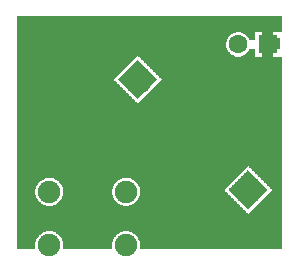
<source format=gbl>
G04 MADE WITH FRITZING*
G04 WWW.FRITZING.ORG*
G04 DOUBLE SIDED*
G04 HOLES PLATED*
G04 CONTOUR ON CENTER OF CONTOUR VECTOR*
%ASAXBY*%
%FSLAX23Y23*%
%MOIN*%
%OFA0B0*%
%SFA1.0B1.0*%
%ADD10C,0.075000*%
%ADD11C,0.062992*%
%ADD12C,0.093000*%
%ADD13R,0.062992X0.062992*%
%ADD14R,0.001000X0.001000*%
%LNCOPPER0*%
G90*
G70*
G54D10*
X115Y622D03*
G54D11*
X877Y724D03*
X779Y724D03*
G54D10*
X149Y232D03*
X405Y232D03*
X149Y55D03*
X405Y55D03*
G54D12*
X444Y606D03*
X812Y238D03*
G54D13*
X877Y724D03*
G36*
X40Y819D02*
X40Y765D01*
X788Y765D01*
X788Y763D01*
X792Y763D01*
X792Y761D01*
X796Y761D01*
X796Y759D01*
X800Y759D01*
X800Y757D01*
X802Y757D01*
X802Y755D01*
X804Y755D01*
X804Y753D01*
X808Y753D01*
X808Y749D01*
X810Y749D01*
X810Y747D01*
X812Y747D01*
X812Y745D01*
X814Y745D01*
X814Y741D01*
X816Y741D01*
X816Y737D01*
X836Y737D01*
X836Y765D01*
X924Y765D01*
X924Y819D01*
X40Y819D01*
G37*
D02*
G36*
X40Y765D02*
X40Y685D01*
X446Y685D01*
X446Y683D01*
X768Y683D01*
X768Y685D01*
X764Y685D01*
X764Y687D01*
X760Y687D01*
X760Y689D01*
X756Y689D01*
X756Y691D01*
X754Y691D01*
X754Y693D01*
X752Y693D01*
X752Y695D01*
X750Y695D01*
X750Y697D01*
X748Y697D01*
X748Y699D01*
X746Y699D01*
X746Y701D01*
X744Y701D01*
X744Y705D01*
X742Y705D01*
X742Y709D01*
X740Y709D01*
X740Y713D01*
X738Y713D01*
X738Y733D01*
X740Y733D01*
X740Y739D01*
X742Y739D01*
X742Y743D01*
X744Y743D01*
X744Y745D01*
X746Y745D01*
X746Y749D01*
X748Y749D01*
X748Y751D01*
X750Y751D01*
X750Y753D01*
X752Y753D01*
X752Y755D01*
X754Y755D01*
X754Y757D01*
X758Y757D01*
X758Y759D01*
X760Y759D01*
X760Y761D01*
X764Y761D01*
X764Y763D01*
X770Y763D01*
X770Y765D01*
X40Y765D01*
G37*
D02*
G36*
X816Y709D02*
X816Y705D01*
X814Y705D01*
X814Y703D01*
X812Y703D01*
X812Y699D01*
X810Y699D01*
X810Y697D01*
X808Y697D01*
X808Y695D01*
X806Y695D01*
X806Y693D01*
X804Y693D01*
X804Y691D01*
X800Y691D01*
X800Y689D01*
X798Y689D01*
X798Y687D01*
X794Y687D01*
X794Y685D01*
X788Y685D01*
X788Y683D01*
X836Y683D01*
X836Y709D01*
X816Y709D01*
G37*
D02*
G36*
X40Y685D02*
X40Y527D01*
X442Y527D01*
X442Y529D01*
X440Y529D01*
X440Y531D01*
X438Y531D01*
X438Y533D01*
X436Y533D01*
X436Y535D01*
X434Y535D01*
X434Y537D01*
X432Y537D01*
X432Y539D01*
X430Y539D01*
X430Y541D01*
X428Y541D01*
X428Y543D01*
X426Y543D01*
X426Y545D01*
X424Y545D01*
X424Y547D01*
X422Y547D01*
X422Y549D01*
X420Y549D01*
X420Y551D01*
X418Y551D01*
X418Y553D01*
X416Y553D01*
X416Y555D01*
X414Y555D01*
X414Y557D01*
X412Y557D01*
X412Y559D01*
X410Y559D01*
X410Y561D01*
X408Y561D01*
X408Y563D01*
X406Y563D01*
X406Y565D01*
X404Y565D01*
X404Y567D01*
X402Y567D01*
X402Y569D01*
X400Y569D01*
X400Y571D01*
X398Y571D01*
X398Y573D01*
X396Y573D01*
X396Y575D01*
X394Y575D01*
X394Y577D01*
X392Y577D01*
X392Y579D01*
X390Y579D01*
X390Y581D01*
X388Y581D01*
X388Y583D01*
X386Y583D01*
X386Y585D01*
X384Y585D01*
X384Y587D01*
X382Y587D01*
X382Y589D01*
X380Y589D01*
X380Y591D01*
X378Y591D01*
X378Y593D01*
X376Y593D01*
X376Y595D01*
X374Y595D01*
X374Y597D01*
X372Y597D01*
X372Y599D01*
X370Y599D01*
X370Y601D01*
X368Y601D01*
X368Y603D01*
X366Y603D01*
X366Y605D01*
X364Y605D01*
X364Y607D01*
X366Y607D01*
X366Y609D01*
X368Y609D01*
X368Y611D01*
X370Y611D01*
X370Y613D01*
X372Y613D01*
X372Y615D01*
X374Y615D01*
X374Y617D01*
X376Y617D01*
X376Y619D01*
X378Y619D01*
X378Y621D01*
X380Y621D01*
X380Y623D01*
X382Y623D01*
X382Y625D01*
X384Y625D01*
X384Y627D01*
X386Y627D01*
X386Y629D01*
X388Y629D01*
X388Y631D01*
X390Y631D01*
X390Y633D01*
X392Y633D01*
X392Y635D01*
X394Y635D01*
X394Y637D01*
X396Y637D01*
X396Y639D01*
X398Y639D01*
X398Y641D01*
X400Y641D01*
X400Y643D01*
X402Y643D01*
X402Y645D01*
X404Y645D01*
X404Y647D01*
X406Y647D01*
X406Y649D01*
X408Y649D01*
X408Y651D01*
X410Y651D01*
X410Y653D01*
X412Y653D01*
X412Y655D01*
X414Y655D01*
X414Y657D01*
X416Y657D01*
X416Y659D01*
X418Y659D01*
X418Y661D01*
X420Y661D01*
X420Y663D01*
X422Y663D01*
X422Y665D01*
X424Y665D01*
X424Y667D01*
X426Y667D01*
X426Y669D01*
X428Y669D01*
X428Y671D01*
X430Y671D01*
X430Y673D01*
X432Y673D01*
X432Y675D01*
X434Y675D01*
X434Y677D01*
X436Y677D01*
X436Y679D01*
X438Y679D01*
X438Y681D01*
X440Y681D01*
X440Y683D01*
X442Y683D01*
X442Y685D01*
X40Y685D01*
G37*
D02*
G36*
X448Y683D02*
X448Y681D01*
X924Y681D01*
X924Y683D01*
X448Y683D01*
G37*
D02*
G36*
X448Y683D02*
X448Y681D01*
X924Y681D01*
X924Y683D01*
X448Y683D01*
G37*
D02*
G36*
X450Y681D02*
X450Y679D01*
X452Y679D01*
X452Y677D01*
X454Y677D01*
X454Y675D01*
X456Y675D01*
X456Y673D01*
X458Y673D01*
X458Y671D01*
X460Y671D01*
X460Y669D01*
X462Y669D01*
X462Y667D01*
X464Y667D01*
X464Y665D01*
X466Y665D01*
X466Y663D01*
X468Y663D01*
X468Y661D01*
X470Y661D01*
X470Y659D01*
X472Y659D01*
X472Y657D01*
X474Y657D01*
X474Y655D01*
X476Y655D01*
X476Y653D01*
X478Y653D01*
X478Y651D01*
X480Y651D01*
X480Y649D01*
X482Y649D01*
X482Y647D01*
X484Y647D01*
X484Y645D01*
X486Y645D01*
X486Y643D01*
X488Y643D01*
X488Y641D01*
X490Y641D01*
X490Y639D01*
X492Y639D01*
X492Y637D01*
X494Y637D01*
X494Y635D01*
X496Y635D01*
X496Y633D01*
X498Y633D01*
X498Y631D01*
X500Y631D01*
X500Y629D01*
X502Y629D01*
X502Y627D01*
X504Y627D01*
X504Y625D01*
X506Y625D01*
X506Y623D01*
X508Y623D01*
X508Y621D01*
X510Y621D01*
X510Y619D01*
X512Y619D01*
X512Y617D01*
X514Y617D01*
X514Y615D01*
X516Y615D01*
X516Y613D01*
X518Y613D01*
X518Y611D01*
X520Y611D01*
X520Y609D01*
X522Y609D01*
X522Y607D01*
X524Y607D01*
X524Y605D01*
X522Y605D01*
X522Y603D01*
X520Y603D01*
X520Y601D01*
X518Y601D01*
X518Y599D01*
X516Y599D01*
X516Y597D01*
X514Y597D01*
X514Y595D01*
X512Y595D01*
X512Y593D01*
X510Y593D01*
X510Y591D01*
X508Y591D01*
X508Y589D01*
X506Y589D01*
X506Y587D01*
X504Y587D01*
X504Y585D01*
X502Y585D01*
X502Y583D01*
X500Y583D01*
X500Y581D01*
X498Y581D01*
X498Y579D01*
X496Y579D01*
X496Y577D01*
X494Y577D01*
X494Y575D01*
X492Y575D01*
X492Y573D01*
X490Y573D01*
X490Y571D01*
X488Y571D01*
X488Y569D01*
X486Y569D01*
X486Y567D01*
X484Y567D01*
X484Y565D01*
X482Y565D01*
X482Y563D01*
X480Y563D01*
X480Y561D01*
X478Y561D01*
X478Y559D01*
X476Y559D01*
X476Y557D01*
X474Y557D01*
X474Y555D01*
X472Y555D01*
X472Y553D01*
X470Y553D01*
X470Y551D01*
X468Y551D01*
X468Y549D01*
X466Y549D01*
X466Y547D01*
X464Y547D01*
X464Y545D01*
X462Y545D01*
X462Y543D01*
X460Y543D01*
X460Y541D01*
X458Y541D01*
X458Y539D01*
X456Y539D01*
X456Y537D01*
X454Y537D01*
X454Y535D01*
X452Y535D01*
X452Y533D01*
X450Y533D01*
X450Y531D01*
X448Y531D01*
X448Y529D01*
X446Y529D01*
X446Y527D01*
X924Y527D01*
X924Y681D01*
X450Y681D01*
G37*
D02*
G36*
X40Y527D02*
X40Y525D01*
X924Y525D01*
X924Y527D01*
X40Y527D01*
G37*
D02*
G36*
X40Y527D02*
X40Y525D01*
X924Y525D01*
X924Y527D01*
X40Y527D01*
G37*
D02*
G36*
X40Y525D02*
X40Y317D01*
X814Y317D01*
X814Y315D01*
X816Y315D01*
X816Y313D01*
X818Y313D01*
X818Y311D01*
X820Y311D01*
X820Y309D01*
X822Y309D01*
X822Y307D01*
X824Y307D01*
X824Y305D01*
X826Y305D01*
X826Y303D01*
X828Y303D01*
X828Y301D01*
X830Y301D01*
X830Y299D01*
X832Y299D01*
X832Y297D01*
X834Y297D01*
X834Y295D01*
X836Y295D01*
X836Y293D01*
X838Y293D01*
X838Y291D01*
X840Y291D01*
X840Y289D01*
X842Y289D01*
X842Y287D01*
X844Y287D01*
X844Y285D01*
X846Y285D01*
X846Y283D01*
X848Y283D01*
X848Y281D01*
X850Y281D01*
X850Y279D01*
X852Y279D01*
X852Y277D01*
X854Y277D01*
X854Y275D01*
X856Y275D01*
X856Y273D01*
X858Y273D01*
X858Y271D01*
X860Y271D01*
X860Y269D01*
X862Y269D01*
X862Y267D01*
X864Y267D01*
X864Y265D01*
X866Y265D01*
X866Y263D01*
X868Y263D01*
X868Y261D01*
X870Y261D01*
X870Y259D01*
X872Y259D01*
X872Y257D01*
X874Y257D01*
X874Y255D01*
X876Y255D01*
X876Y253D01*
X878Y253D01*
X878Y251D01*
X880Y251D01*
X880Y249D01*
X882Y249D01*
X882Y247D01*
X884Y247D01*
X884Y245D01*
X886Y245D01*
X886Y243D01*
X888Y243D01*
X888Y241D01*
X890Y241D01*
X890Y239D01*
X892Y239D01*
X892Y237D01*
X890Y237D01*
X890Y235D01*
X888Y235D01*
X888Y233D01*
X886Y233D01*
X886Y231D01*
X884Y231D01*
X884Y229D01*
X882Y229D01*
X882Y227D01*
X880Y227D01*
X880Y225D01*
X878Y225D01*
X878Y223D01*
X876Y223D01*
X876Y221D01*
X874Y221D01*
X874Y219D01*
X872Y219D01*
X872Y217D01*
X870Y217D01*
X870Y215D01*
X868Y215D01*
X868Y213D01*
X866Y213D01*
X866Y211D01*
X864Y211D01*
X864Y209D01*
X862Y209D01*
X862Y207D01*
X860Y207D01*
X860Y205D01*
X858Y205D01*
X858Y203D01*
X856Y203D01*
X856Y201D01*
X854Y201D01*
X854Y199D01*
X852Y199D01*
X852Y197D01*
X850Y197D01*
X850Y195D01*
X848Y195D01*
X848Y193D01*
X846Y193D01*
X846Y191D01*
X844Y191D01*
X844Y189D01*
X842Y189D01*
X842Y187D01*
X840Y187D01*
X840Y185D01*
X838Y185D01*
X838Y183D01*
X836Y183D01*
X836Y181D01*
X834Y181D01*
X834Y179D01*
X832Y179D01*
X832Y177D01*
X830Y177D01*
X830Y175D01*
X828Y175D01*
X828Y173D01*
X826Y173D01*
X826Y171D01*
X824Y171D01*
X824Y169D01*
X822Y169D01*
X822Y167D01*
X820Y167D01*
X820Y165D01*
X818Y165D01*
X818Y163D01*
X816Y163D01*
X816Y161D01*
X814Y161D01*
X814Y159D01*
X924Y159D01*
X924Y525D01*
X40Y525D01*
G37*
D02*
G36*
X40Y317D02*
X40Y279D01*
X414Y279D01*
X414Y277D01*
X420Y277D01*
X420Y275D01*
X424Y275D01*
X424Y273D01*
X428Y273D01*
X428Y271D01*
X430Y271D01*
X430Y269D01*
X432Y269D01*
X432Y267D01*
X436Y267D01*
X436Y265D01*
X438Y265D01*
X438Y263D01*
X440Y263D01*
X440Y259D01*
X442Y259D01*
X442Y257D01*
X444Y257D01*
X444Y255D01*
X446Y255D01*
X446Y251D01*
X448Y251D01*
X448Y247D01*
X450Y247D01*
X450Y241D01*
X452Y241D01*
X452Y223D01*
X450Y223D01*
X450Y217D01*
X448Y217D01*
X448Y213D01*
X446Y213D01*
X446Y209D01*
X444Y209D01*
X444Y205D01*
X442Y205D01*
X442Y203D01*
X440Y203D01*
X440Y201D01*
X438Y201D01*
X438Y199D01*
X436Y199D01*
X436Y197D01*
X434Y197D01*
X434Y195D01*
X432Y195D01*
X432Y193D01*
X428Y193D01*
X428Y191D01*
X424Y191D01*
X424Y189D01*
X422Y189D01*
X422Y187D01*
X416Y187D01*
X416Y185D01*
X784Y185D01*
X784Y187D01*
X782Y187D01*
X782Y189D01*
X780Y189D01*
X780Y191D01*
X778Y191D01*
X778Y193D01*
X776Y193D01*
X776Y195D01*
X774Y195D01*
X774Y197D01*
X772Y197D01*
X772Y199D01*
X770Y199D01*
X770Y201D01*
X768Y201D01*
X768Y203D01*
X766Y203D01*
X766Y205D01*
X764Y205D01*
X764Y207D01*
X762Y207D01*
X762Y209D01*
X760Y209D01*
X760Y211D01*
X758Y211D01*
X758Y213D01*
X756Y213D01*
X756Y215D01*
X754Y215D01*
X754Y217D01*
X752Y217D01*
X752Y219D01*
X750Y219D01*
X750Y221D01*
X748Y221D01*
X748Y223D01*
X746Y223D01*
X746Y225D01*
X744Y225D01*
X744Y227D01*
X742Y227D01*
X742Y229D01*
X740Y229D01*
X740Y231D01*
X738Y231D01*
X738Y233D01*
X736Y233D01*
X736Y235D01*
X734Y235D01*
X734Y237D01*
X732Y237D01*
X732Y239D01*
X734Y239D01*
X734Y241D01*
X736Y241D01*
X736Y243D01*
X738Y243D01*
X738Y245D01*
X740Y245D01*
X740Y247D01*
X742Y247D01*
X742Y249D01*
X744Y249D01*
X744Y251D01*
X746Y251D01*
X746Y253D01*
X748Y253D01*
X748Y255D01*
X750Y255D01*
X750Y257D01*
X752Y257D01*
X752Y259D01*
X754Y259D01*
X754Y261D01*
X756Y261D01*
X756Y263D01*
X758Y263D01*
X758Y265D01*
X760Y265D01*
X760Y267D01*
X762Y267D01*
X762Y269D01*
X764Y269D01*
X764Y271D01*
X766Y271D01*
X766Y273D01*
X768Y273D01*
X768Y275D01*
X770Y275D01*
X770Y277D01*
X772Y277D01*
X772Y279D01*
X774Y279D01*
X774Y281D01*
X776Y281D01*
X776Y283D01*
X778Y283D01*
X778Y285D01*
X780Y285D01*
X780Y287D01*
X782Y287D01*
X782Y289D01*
X784Y289D01*
X784Y291D01*
X786Y291D01*
X786Y293D01*
X788Y293D01*
X788Y295D01*
X790Y295D01*
X790Y297D01*
X792Y297D01*
X792Y299D01*
X794Y299D01*
X794Y301D01*
X796Y301D01*
X796Y303D01*
X798Y303D01*
X798Y305D01*
X800Y305D01*
X800Y307D01*
X802Y307D01*
X802Y309D01*
X804Y309D01*
X804Y311D01*
X806Y311D01*
X806Y313D01*
X808Y313D01*
X808Y315D01*
X810Y315D01*
X810Y317D01*
X40Y317D01*
G37*
D02*
G36*
X40Y279D02*
X40Y185D01*
X138Y185D01*
X138Y187D01*
X132Y187D01*
X132Y189D01*
X128Y189D01*
X128Y191D01*
X126Y191D01*
X126Y193D01*
X122Y193D01*
X122Y195D01*
X120Y195D01*
X120Y197D01*
X118Y197D01*
X118Y199D01*
X116Y199D01*
X116Y201D01*
X114Y201D01*
X114Y203D01*
X112Y203D01*
X112Y205D01*
X110Y205D01*
X110Y209D01*
X108Y209D01*
X108Y211D01*
X106Y211D01*
X106Y215D01*
X104Y215D01*
X104Y221D01*
X102Y221D01*
X102Y243D01*
X104Y243D01*
X104Y247D01*
X106Y247D01*
X106Y251D01*
X108Y251D01*
X108Y255D01*
X110Y255D01*
X110Y259D01*
X112Y259D01*
X112Y261D01*
X114Y261D01*
X114Y263D01*
X116Y263D01*
X116Y265D01*
X118Y265D01*
X118Y267D01*
X120Y267D01*
X120Y269D01*
X124Y269D01*
X124Y271D01*
X126Y271D01*
X126Y273D01*
X130Y273D01*
X130Y275D01*
X134Y275D01*
X134Y277D01*
X140Y277D01*
X140Y279D01*
X40Y279D01*
G37*
D02*
G36*
X158Y279D02*
X158Y277D01*
X164Y277D01*
X164Y275D01*
X168Y275D01*
X168Y273D01*
X172Y273D01*
X172Y271D01*
X174Y271D01*
X174Y269D01*
X176Y269D01*
X176Y267D01*
X180Y267D01*
X180Y265D01*
X182Y265D01*
X182Y263D01*
X184Y263D01*
X184Y259D01*
X186Y259D01*
X186Y257D01*
X188Y257D01*
X188Y255D01*
X190Y255D01*
X190Y251D01*
X192Y251D01*
X192Y247D01*
X194Y247D01*
X194Y241D01*
X196Y241D01*
X196Y223D01*
X194Y223D01*
X194Y217D01*
X192Y217D01*
X192Y213D01*
X190Y213D01*
X190Y209D01*
X188Y209D01*
X188Y205D01*
X186Y205D01*
X186Y203D01*
X184Y203D01*
X184Y201D01*
X182Y201D01*
X182Y199D01*
X180Y199D01*
X180Y197D01*
X178Y197D01*
X178Y195D01*
X176Y195D01*
X176Y193D01*
X172Y193D01*
X172Y191D01*
X170Y191D01*
X170Y189D01*
X166Y189D01*
X166Y187D01*
X160Y187D01*
X160Y185D01*
X394Y185D01*
X394Y187D01*
X388Y187D01*
X388Y189D01*
X384Y189D01*
X384Y191D01*
X382Y191D01*
X382Y193D01*
X378Y193D01*
X378Y195D01*
X376Y195D01*
X376Y197D01*
X374Y197D01*
X374Y199D01*
X372Y199D01*
X372Y201D01*
X370Y201D01*
X370Y203D01*
X368Y203D01*
X368Y205D01*
X366Y205D01*
X366Y207D01*
X364Y207D01*
X364Y211D01*
X362Y211D01*
X362Y215D01*
X360Y215D01*
X360Y221D01*
X358Y221D01*
X358Y243D01*
X360Y243D01*
X360Y249D01*
X362Y249D01*
X362Y251D01*
X364Y251D01*
X364Y255D01*
X366Y255D01*
X366Y259D01*
X368Y259D01*
X368Y261D01*
X370Y261D01*
X370Y263D01*
X372Y263D01*
X372Y265D01*
X374Y265D01*
X374Y267D01*
X376Y267D01*
X376Y269D01*
X378Y269D01*
X378Y271D01*
X382Y271D01*
X382Y273D01*
X386Y273D01*
X386Y275D01*
X390Y275D01*
X390Y277D01*
X396Y277D01*
X396Y279D01*
X158Y279D01*
G37*
D02*
G36*
X40Y185D02*
X40Y183D01*
X786Y183D01*
X786Y185D01*
X40Y185D01*
G37*
D02*
G36*
X40Y185D02*
X40Y183D01*
X786Y183D01*
X786Y185D01*
X40Y185D01*
G37*
D02*
G36*
X40Y185D02*
X40Y183D01*
X786Y183D01*
X786Y185D01*
X40Y185D01*
G37*
D02*
G36*
X40Y183D02*
X40Y159D01*
X810Y159D01*
X810Y161D01*
X808Y161D01*
X808Y163D01*
X806Y163D01*
X806Y165D01*
X804Y165D01*
X804Y167D01*
X802Y167D01*
X802Y169D01*
X800Y169D01*
X800Y171D01*
X798Y171D01*
X798Y173D01*
X796Y173D01*
X796Y175D01*
X794Y175D01*
X794Y177D01*
X792Y177D01*
X792Y179D01*
X790Y179D01*
X790Y181D01*
X788Y181D01*
X788Y183D01*
X40Y183D01*
G37*
D02*
G36*
X40Y159D02*
X40Y157D01*
X924Y157D01*
X924Y159D01*
X40Y159D01*
G37*
D02*
G36*
X40Y159D02*
X40Y157D01*
X924Y157D01*
X924Y159D01*
X40Y159D01*
G37*
D02*
G36*
X40Y157D02*
X40Y101D01*
X416Y101D01*
X416Y99D01*
X422Y99D01*
X422Y97D01*
X426Y97D01*
X426Y95D01*
X428Y95D01*
X428Y93D01*
X432Y93D01*
X432Y91D01*
X434Y91D01*
X434Y89D01*
X436Y89D01*
X436Y87D01*
X438Y87D01*
X438Y85D01*
X440Y85D01*
X440Y83D01*
X442Y83D01*
X442Y81D01*
X444Y81D01*
X444Y77D01*
X446Y77D01*
X446Y73D01*
X448Y73D01*
X448Y69D01*
X450Y69D01*
X450Y63D01*
X452Y63D01*
X452Y41D01*
X924Y41D01*
X924Y157D01*
X40Y157D01*
G37*
D02*
G36*
X40Y101D02*
X40Y41D01*
X102Y41D01*
X102Y65D01*
X104Y65D01*
X104Y71D01*
X106Y71D01*
X106Y75D01*
X108Y75D01*
X108Y77D01*
X110Y77D01*
X110Y81D01*
X112Y81D01*
X112Y83D01*
X114Y83D01*
X114Y85D01*
X116Y85D01*
X116Y87D01*
X118Y87D01*
X118Y89D01*
X120Y89D01*
X120Y91D01*
X122Y91D01*
X122Y93D01*
X124Y93D01*
X124Y95D01*
X128Y95D01*
X128Y97D01*
X132Y97D01*
X132Y99D01*
X138Y99D01*
X138Y101D01*
X40Y101D01*
G37*
D02*
G36*
X160Y101D02*
X160Y99D01*
X166Y99D01*
X166Y97D01*
X170Y97D01*
X170Y95D01*
X172Y95D01*
X172Y93D01*
X176Y93D01*
X176Y91D01*
X178Y91D01*
X178Y89D01*
X180Y89D01*
X180Y87D01*
X182Y87D01*
X182Y85D01*
X184Y85D01*
X184Y83D01*
X186Y83D01*
X186Y81D01*
X188Y81D01*
X188Y77D01*
X190Y77D01*
X190Y73D01*
X192Y73D01*
X192Y69D01*
X194Y69D01*
X194Y63D01*
X196Y63D01*
X196Y41D01*
X358Y41D01*
X358Y65D01*
X360Y65D01*
X360Y71D01*
X362Y71D01*
X362Y75D01*
X364Y75D01*
X364Y79D01*
X366Y79D01*
X366Y81D01*
X368Y81D01*
X368Y83D01*
X370Y83D01*
X370Y85D01*
X372Y85D01*
X372Y87D01*
X374Y87D01*
X374Y89D01*
X376Y89D01*
X376Y91D01*
X378Y91D01*
X378Y93D01*
X380Y93D01*
X380Y95D01*
X384Y95D01*
X384Y97D01*
X388Y97D01*
X388Y99D01*
X394Y99D01*
X394Y101D01*
X160Y101D01*
G37*
D02*
G36*
X857Y769D02*
X894Y769D01*
X894Y741D01*
X857Y741D01*
X857Y769D01*
G37*
D02*
G36*
X857Y711D02*
X894Y711D01*
X894Y683D01*
X857Y683D01*
X857Y711D01*
G37*
D02*
G36*
X890Y744D02*
X918Y744D01*
X918Y707D01*
X890Y707D01*
X890Y744D01*
G37*
D02*
G54D14*
X443Y671D02*
X444Y671D01*
X442Y670D02*
X445Y670D01*
X441Y669D02*
X446Y669D01*
X440Y668D02*
X447Y668D01*
X439Y667D02*
X448Y667D01*
X438Y666D02*
X449Y666D01*
X437Y665D02*
X450Y665D01*
X436Y664D02*
X451Y664D01*
X435Y663D02*
X452Y663D01*
X434Y662D02*
X453Y662D01*
X433Y661D02*
X454Y661D01*
X432Y660D02*
X455Y660D01*
X431Y659D02*
X456Y659D01*
X430Y658D02*
X457Y658D01*
X429Y657D02*
X458Y657D01*
X428Y656D02*
X459Y656D01*
X427Y655D02*
X460Y655D01*
X426Y654D02*
X461Y654D01*
X425Y653D02*
X462Y653D01*
X424Y652D02*
X463Y652D01*
X423Y651D02*
X464Y651D01*
X422Y650D02*
X465Y650D01*
X421Y649D02*
X466Y649D01*
X420Y648D02*
X467Y648D01*
X419Y647D02*
X468Y647D01*
X418Y646D02*
X469Y646D01*
X417Y645D02*
X470Y645D01*
X416Y644D02*
X471Y644D01*
X415Y643D02*
X472Y643D01*
X414Y642D02*
X436Y642D01*
X451Y642D02*
X473Y642D01*
X413Y641D02*
X432Y641D01*
X455Y641D02*
X474Y641D01*
X412Y640D02*
X429Y640D01*
X458Y640D02*
X475Y640D01*
X411Y639D02*
X427Y639D01*
X460Y639D02*
X476Y639D01*
X410Y638D02*
X425Y638D01*
X462Y638D02*
X477Y638D01*
X409Y637D02*
X423Y637D01*
X463Y637D02*
X478Y637D01*
X408Y636D02*
X422Y636D01*
X465Y636D02*
X479Y636D01*
X407Y635D02*
X420Y635D01*
X466Y635D02*
X480Y635D01*
X406Y634D02*
X419Y634D01*
X467Y634D02*
X481Y634D01*
X405Y633D02*
X418Y633D01*
X469Y633D02*
X482Y633D01*
X404Y632D02*
X417Y632D01*
X470Y632D02*
X483Y632D01*
X403Y631D02*
X416Y631D01*
X471Y631D02*
X484Y631D01*
X402Y630D02*
X415Y630D01*
X472Y630D02*
X485Y630D01*
X401Y629D02*
X414Y629D01*
X472Y629D02*
X486Y629D01*
X400Y628D02*
X414Y628D01*
X473Y628D02*
X487Y628D01*
X399Y627D02*
X413Y627D01*
X474Y627D02*
X488Y627D01*
X398Y626D02*
X412Y626D01*
X475Y626D02*
X489Y626D01*
X397Y625D02*
X412Y625D01*
X475Y625D02*
X490Y625D01*
X396Y624D02*
X411Y624D01*
X476Y624D02*
X491Y624D01*
X395Y623D02*
X410Y623D01*
X476Y623D02*
X492Y623D01*
X394Y622D02*
X410Y622D01*
X477Y622D02*
X493Y622D01*
X393Y621D02*
X410Y621D01*
X477Y621D02*
X494Y621D01*
X392Y620D02*
X409Y620D01*
X478Y620D02*
X495Y620D01*
X391Y619D02*
X409Y619D01*
X478Y619D02*
X496Y619D01*
X390Y618D02*
X408Y618D01*
X478Y618D02*
X497Y618D01*
X389Y617D02*
X408Y617D01*
X479Y617D02*
X498Y617D01*
X388Y616D02*
X408Y616D01*
X479Y616D02*
X499Y616D01*
X387Y615D02*
X407Y615D01*
X479Y615D02*
X500Y615D01*
X386Y614D02*
X407Y614D01*
X479Y614D02*
X501Y614D01*
X385Y613D02*
X407Y613D01*
X480Y613D02*
X502Y613D01*
X384Y612D02*
X407Y612D01*
X480Y612D02*
X503Y612D01*
X383Y611D02*
X407Y611D01*
X480Y611D02*
X504Y611D01*
X382Y610D02*
X407Y610D01*
X480Y610D02*
X505Y610D01*
X381Y609D02*
X406Y609D01*
X480Y609D02*
X506Y609D01*
X380Y608D02*
X406Y608D01*
X480Y608D02*
X507Y608D01*
X379Y607D02*
X406Y607D01*
X480Y607D02*
X508Y607D01*
X378Y606D02*
X406Y606D01*
X480Y606D02*
X508Y606D01*
X379Y605D02*
X406Y605D01*
X480Y605D02*
X507Y605D01*
X380Y604D02*
X406Y604D01*
X480Y604D02*
X506Y604D01*
X381Y603D02*
X407Y603D01*
X480Y603D02*
X505Y603D01*
X382Y602D02*
X407Y602D01*
X480Y602D02*
X504Y602D01*
X383Y601D02*
X407Y601D01*
X480Y601D02*
X503Y601D01*
X384Y600D02*
X407Y600D01*
X480Y600D02*
X502Y600D01*
X385Y599D02*
X407Y599D01*
X480Y599D02*
X501Y599D01*
X386Y598D02*
X407Y598D01*
X479Y598D02*
X500Y598D01*
X387Y597D02*
X408Y597D01*
X479Y597D02*
X499Y597D01*
X388Y596D02*
X408Y596D01*
X479Y596D02*
X498Y596D01*
X389Y595D02*
X408Y595D01*
X479Y595D02*
X497Y595D01*
X390Y594D02*
X409Y594D01*
X478Y594D02*
X496Y594D01*
X391Y593D02*
X409Y593D01*
X478Y593D02*
X495Y593D01*
X392Y592D02*
X409Y592D01*
X477Y592D02*
X494Y592D01*
X393Y591D02*
X410Y591D01*
X477Y591D02*
X493Y591D01*
X394Y590D02*
X410Y590D01*
X476Y590D02*
X492Y590D01*
X395Y589D02*
X411Y589D01*
X476Y589D02*
X491Y589D01*
X396Y588D02*
X411Y588D01*
X475Y588D02*
X490Y588D01*
X397Y587D02*
X412Y587D01*
X475Y587D02*
X489Y587D01*
X398Y586D02*
X413Y586D01*
X474Y586D02*
X488Y586D01*
X399Y585D02*
X413Y585D01*
X473Y585D02*
X487Y585D01*
X400Y584D02*
X414Y584D01*
X473Y584D02*
X486Y584D01*
X401Y583D02*
X415Y583D01*
X472Y583D02*
X485Y583D01*
X402Y582D02*
X416Y582D01*
X471Y582D02*
X484Y582D01*
X403Y581D02*
X417Y581D01*
X470Y581D02*
X483Y581D01*
X404Y580D02*
X418Y580D01*
X469Y580D02*
X482Y580D01*
X405Y579D02*
X419Y579D01*
X468Y579D02*
X481Y579D01*
X406Y578D02*
X420Y578D01*
X467Y578D02*
X480Y578D01*
X407Y577D02*
X421Y577D01*
X466Y577D02*
X479Y577D01*
X408Y576D02*
X422Y576D01*
X464Y576D02*
X478Y576D01*
X409Y575D02*
X424Y575D01*
X463Y575D02*
X477Y575D01*
X410Y574D02*
X426Y574D01*
X461Y574D02*
X476Y574D01*
X411Y573D02*
X428Y573D01*
X459Y573D02*
X475Y573D01*
X412Y572D02*
X430Y572D01*
X456Y572D02*
X474Y572D01*
X413Y571D02*
X434Y571D01*
X453Y571D02*
X473Y571D01*
X414Y570D02*
X439Y570D01*
X448Y570D02*
X472Y570D01*
X415Y569D02*
X471Y569D01*
X416Y568D02*
X470Y568D01*
X417Y567D02*
X469Y567D01*
X418Y566D02*
X468Y566D01*
X419Y565D02*
X467Y565D01*
X420Y564D02*
X466Y564D01*
X421Y563D02*
X465Y563D01*
X422Y562D02*
X464Y562D01*
X423Y561D02*
X463Y561D01*
X424Y560D02*
X462Y560D01*
X425Y559D02*
X461Y559D01*
X426Y558D02*
X460Y558D01*
X427Y557D02*
X459Y557D01*
X428Y556D02*
X458Y556D01*
X429Y555D02*
X457Y555D01*
X430Y554D02*
X456Y554D01*
X431Y553D02*
X455Y553D01*
X432Y552D02*
X454Y552D01*
X433Y551D02*
X453Y551D01*
X434Y550D02*
X452Y550D01*
X435Y549D02*
X451Y549D01*
X436Y548D02*
X450Y548D01*
X437Y547D02*
X449Y547D01*
X438Y546D02*
X448Y546D01*
X439Y545D02*
X447Y545D01*
X440Y544D02*
X446Y544D01*
X441Y543D02*
X445Y543D01*
X442Y542D02*
X444Y542D01*
X443Y541D02*
X443Y541D01*
X811Y304D02*
X811Y304D01*
X810Y303D02*
X812Y303D01*
X809Y302D02*
X813Y302D01*
X808Y301D02*
X814Y301D01*
X807Y300D02*
X815Y300D01*
X806Y299D02*
X816Y299D01*
X805Y298D02*
X817Y298D01*
X804Y297D02*
X818Y297D01*
X803Y296D02*
X819Y296D01*
X802Y295D02*
X820Y295D01*
X801Y294D02*
X821Y294D01*
X800Y293D02*
X822Y293D01*
X799Y292D02*
X823Y292D01*
X798Y291D02*
X824Y291D01*
X797Y290D02*
X825Y290D01*
X796Y289D02*
X826Y289D01*
X795Y288D02*
X827Y288D01*
X794Y287D02*
X828Y287D01*
X793Y286D02*
X829Y286D01*
X792Y285D02*
X830Y285D01*
X791Y284D02*
X831Y284D01*
X790Y283D02*
X832Y283D01*
X789Y282D02*
X833Y282D01*
X788Y281D02*
X834Y281D01*
X787Y280D02*
X835Y280D01*
X786Y279D02*
X836Y279D01*
X785Y278D02*
X837Y278D01*
X784Y277D02*
X838Y277D01*
X783Y276D02*
X839Y276D01*
X782Y275D02*
X807Y275D01*
X815Y275D02*
X840Y275D01*
X781Y274D02*
X801Y274D01*
X820Y274D02*
X841Y274D01*
X780Y273D02*
X798Y273D01*
X824Y273D02*
X842Y273D01*
X779Y272D02*
X796Y272D01*
X826Y272D02*
X843Y272D01*
X778Y271D02*
X793Y271D01*
X828Y271D02*
X844Y271D01*
X777Y270D02*
X792Y270D01*
X830Y270D02*
X845Y270D01*
X776Y269D02*
X790Y269D01*
X832Y269D02*
X846Y269D01*
X775Y268D02*
X789Y268D01*
X833Y268D02*
X847Y268D01*
X774Y267D02*
X787Y267D01*
X834Y267D02*
X848Y267D01*
X773Y266D02*
X786Y266D01*
X836Y266D02*
X849Y266D01*
X772Y265D02*
X785Y265D01*
X837Y265D02*
X850Y265D01*
X771Y264D02*
X784Y264D01*
X838Y264D02*
X851Y264D01*
X770Y263D02*
X783Y263D01*
X839Y263D02*
X852Y263D01*
X769Y262D02*
X782Y262D01*
X839Y262D02*
X853Y262D01*
X768Y261D02*
X782Y261D01*
X840Y261D02*
X854Y261D01*
X767Y260D02*
X781Y260D01*
X841Y260D02*
X855Y260D01*
X766Y259D02*
X780Y259D01*
X842Y259D02*
X856Y259D01*
X765Y258D02*
X779Y258D01*
X842Y258D02*
X857Y258D01*
X764Y257D02*
X779Y257D01*
X843Y257D02*
X858Y257D01*
X763Y256D02*
X778Y256D01*
X843Y256D02*
X859Y256D01*
X762Y255D02*
X778Y255D01*
X844Y255D02*
X860Y255D01*
X761Y254D02*
X777Y254D01*
X844Y254D02*
X861Y254D01*
X760Y253D02*
X777Y253D01*
X845Y253D02*
X862Y253D01*
X759Y252D02*
X776Y252D01*
X845Y252D02*
X863Y252D01*
X758Y251D02*
X776Y251D01*
X846Y251D02*
X864Y251D01*
X757Y250D02*
X776Y250D01*
X846Y250D02*
X865Y250D01*
X756Y249D02*
X775Y249D01*
X846Y249D02*
X866Y249D01*
X755Y248D02*
X775Y248D01*
X847Y248D02*
X867Y248D01*
X754Y247D02*
X775Y247D01*
X847Y247D02*
X868Y247D01*
X753Y246D02*
X775Y246D01*
X847Y246D02*
X869Y246D01*
X752Y245D02*
X774Y245D01*
X847Y245D02*
X870Y245D01*
X751Y244D02*
X774Y244D01*
X847Y244D02*
X871Y244D01*
X750Y243D02*
X774Y243D01*
X848Y243D02*
X872Y243D01*
X749Y242D02*
X774Y242D01*
X848Y242D02*
X873Y242D01*
X748Y241D02*
X774Y241D01*
X848Y241D02*
X874Y241D01*
X747Y240D02*
X774Y240D01*
X848Y240D02*
X875Y240D01*
X746Y239D02*
X774Y239D01*
X848Y239D02*
X876Y239D01*
X746Y238D02*
X774Y238D01*
X848Y238D02*
X875Y238D01*
X747Y237D02*
X774Y237D01*
X848Y237D02*
X874Y237D01*
X748Y236D02*
X774Y236D01*
X848Y236D02*
X873Y236D01*
X749Y235D02*
X774Y235D01*
X848Y235D02*
X872Y235D01*
X750Y234D02*
X774Y234D01*
X848Y234D02*
X871Y234D01*
X751Y233D02*
X774Y233D01*
X847Y233D02*
X870Y233D01*
X752Y232D02*
X775Y232D01*
X847Y232D02*
X869Y232D01*
X753Y231D02*
X775Y231D01*
X847Y231D02*
X868Y231D01*
X754Y230D02*
X775Y230D01*
X847Y230D02*
X867Y230D01*
X755Y229D02*
X775Y229D01*
X847Y229D02*
X866Y229D01*
X756Y228D02*
X776Y228D01*
X846Y228D02*
X865Y228D01*
X757Y227D02*
X776Y227D01*
X846Y227D02*
X864Y227D01*
X758Y226D02*
X776Y226D01*
X846Y226D02*
X863Y226D01*
X759Y225D02*
X777Y225D01*
X845Y225D02*
X862Y225D01*
X760Y224D02*
X777Y224D01*
X845Y224D02*
X861Y224D01*
X761Y223D02*
X777Y223D01*
X844Y223D02*
X860Y223D01*
X762Y222D02*
X778Y222D01*
X844Y222D02*
X859Y222D01*
X763Y221D02*
X778Y221D01*
X843Y221D02*
X858Y221D01*
X764Y220D02*
X779Y220D01*
X843Y220D02*
X857Y220D01*
X765Y219D02*
X780Y219D01*
X842Y219D02*
X856Y219D01*
X766Y218D02*
X780Y218D01*
X841Y218D02*
X855Y218D01*
X767Y217D02*
X781Y217D01*
X841Y217D02*
X854Y217D01*
X768Y216D02*
X782Y216D01*
X840Y216D02*
X853Y216D01*
X769Y215D02*
X783Y215D01*
X839Y215D02*
X852Y215D01*
X770Y214D02*
X784Y214D01*
X838Y214D02*
X851Y214D01*
X771Y213D02*
X784Y213D01*
X837Y213D02*
X850Y213D01*
X772Y212D02*
X786Y212D01*
X836Y212D02*
X849Y212D01*
X773Y211D02*
X787Y211D01*
X835Y211D02*
X848Y211D01*
X774Y210D02*
X788Y210D01*
X834Y210D02*
X847Y210D01*
X775Y209D02*
X789Y209D01*
X833Y209D02*
X846Y209D01*
X776Y208D02*
X791Y208D01*
X831Y208D02*
X845Y208D01*
X777Y207D02*
X792Y207D01*
X829Y207D02*
X844Y207D01*
X778Y206D02*
X794Y206D01*
X828Y206D02*
X843Y206D01*
X779Y205D02*
X796Y205D01*
X825Y205D02*
X842Y205D01*
X780Y204D02*
X799Y204D01*
X823Y204D02*
X841Y204D01*
X781Y203D02*
X803Y203D01*
X819Y203D02*
X840Y203D01*
X782Y202D02*
X839Y202D01*
X783Y201D02*
X838Y201D01*
X784Y200D02*
X837Y200D01*
X785Y199D02*
X836Y199D01*
X786Y198D02*
X835Y198D01*
X787Y197D02*
X834Y197D01*
X788Y196D02*
X833Y196D01*
X789Y195D02*
X832Y195D01*
X790Y194D02*
X831Y194D01*
X791Y193D02*
X830Y193D01*
X792Y192D02*
X829Y192D01*
X793Y191D02*
X828Y191D01*
X794Y190D02*
X827Y190D01*
X795Y189D02*
X826Y189D01*
X796Y188D02*
X825Y188D01*
X797Y187D02*
X824Y187D01*
X798Y186D02*
X823Y186D01*
X799Y185D02*
X822Y185D01*
X800Y184D02*
X821Y184D01*
X801Y183D02*
X820Y183D01*
X802Y182D02*
X819Y182D01*
X803Y181D02*
X818Y181D01*
X804Y180D02*
X817Y180D01*
X805Y179D02*
X816Y179D01*
X806Y178D02*
X815Y178D01*
X807Y177D02*
X814Y177D01*
X808Y176D02*
X813Y176D01*
X809Y175D02*
X812Y175D01*
X810Y174D02*
X811Y174D01*
D02*
G04 End of Copper0*
M02*
</source>
